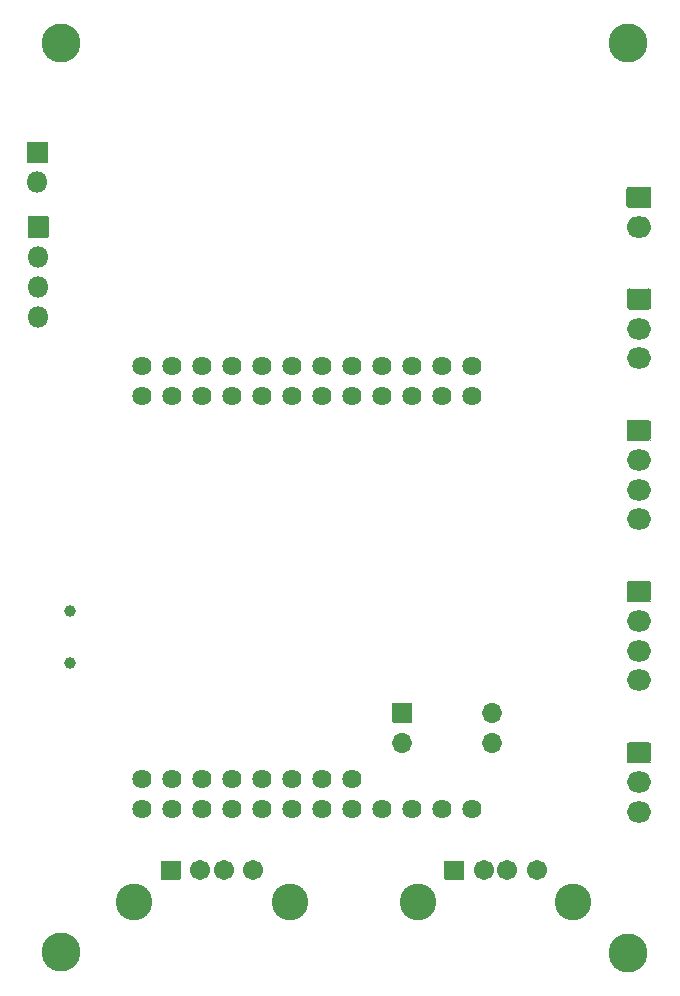
<source format=gbr>
G04 #@! TF.GenerationSoftware,KiCad,Pcbnew,5.1.10-88a1d61d58~90~ubuntu21.04.1*
G04 #@! TF.CreationDate,2021-10-21T13:00:22+03:00*
G04 #@! TF.ProjectId,klipper_nano,6b6c6970-7065-4725-9f6e-616e6f2e6b69,rev?*
G04 #@! TF.SameCoordinates,Original*
G04 #@! TF.FileFunction,Soldermask,Bot*
G04 #@! TF.FilePolarity,Negative*
%FSLAX46Y46*%
G04 Gerber Fmt 4.6, Leading zero omitted, Abs format (unit mm)*
G04 Created by KiCad (PCBNEW 5.1.10-88a1d61d58~90~ubuntu21.04.1) date 2021-10-21 13:00:22*
%MOMM*%
%LPD*%
G01*
G04 APERTURE LIST*
%ADD10O,1.802000X1.802000*%
%ADD11C,1.702000*%
%ADD12C,3.102000*%
%ADD13O,2.052000X1.802000*%
%ADD14C,1.002000*%
%ADD15O,2.102000X1.802000*%
%ADD16C,1.626000*%
%ADD17C,3.302000*%
%ADD18O,1.702000X1.702000*%
%ADD19C,0.100000*%
G04 APERTURE END LIST*
D10*
X71080000Y-63180000D03*
X71080000Y-60640000D03*
X71080000Y-58100000D03*
G36*
G01*
X70179000Y-56410000D02*
X70179000Y-54710000D01*
G75*
G02*
X70230000Y-54659000I51000J0D01*
G01*
X71930000Y-54659000D01*
G75*
G02*
X71981000Y-54710000I0J-51000D01*
G01*
X71981000Y-56410000D01*
G75*
G02*
X71930000Y-56461000I-51000J0D01*
G01*
X70230000Y-56461000D01*
G75*
G02*
X70179000Y-56410000I0J51000D01*
G01*
G37*
X71020000Y-51780000D03*
G36*
G01*
X70119000Y-50090000D02*
X70119000Y-48390000D01*
G75*
G02*
X70170000Y-48339000I51000J0D01*
G01*
X71870000Y-48339000D01*
G75*
G02*
X71921000Y-48390000I0J-51000D01*
G01*
X71921000Y-50090000D01*
G75*
G02*
X71870000Y-50141000I-51000J0D01*
G01*
X70170000Y-50141000D01*
G75*
G02*
X70119000Y-50090000I0J51000D01*
G01*
G37*
D11*
X113310000Y-110000000D03*
X110810000Y-110000000D03*
X108810000Y-110000000D03*
G36*
G01*
X105459000Y-110750000D02*
X105459000Y-109250000D01*
G75*
G02*
X105510000Y-109199000I51000J0D01*
G01*
X107110000Y-109199000D01*
G75*
G02*
X107161000Y-109250000I0J-51000D01*
G01*
X107161000Y-110750000D01*
G75*
G02*
X107110000Y-110801000I-51000J0D01*
G01*
X105510000Y-110801000D01*
G75*
G02*
X105459000Y-110750000I0J51000D01*
G01*
G37*
D12*
X116380000Y-112710000D03*
X103240000Y-112710000D03*
D13*
X121940000Y-66660000D03*
X121940000Y-64160000D03*
G36*
G01*
X121179000Y-60759000D02*
X122701000Y-60759000D01*
G75*
G02*
X122966000Y-61024000I0J-265000D01*
G01*
X122966000Y-62296000D01*
G75*
G02*
X122701000Y-62561000I-265000J0D01*
G01*
X121179000Y-62561000D01*
G75*
G02*
X120914000Y-62296000I0J265000D01*
G01*
X120914000Y-61024000D01*
G75*
G02*
X121179000Y-60759000I265000J0D01*
G01*
G37*
D14*
X73738000Y-92464000D03*
X73738000Y-88064000D03*
D11*
X89290000Y-110000000D03*
X86790000Y-110000000D03*
X84790000Y-110000000D03*
G36*
G01*
X81439000Y-110750000D02*
X81439000Y-109250000D01*
G75*
G02*
X81490000Y-109199000I51000J0D01*
G01*
X83090000Y-109199000D01*
G75*
G02*
X83141000Y-109250000I0J-51000D01*
G01*
X83141000Y-110750000D01*
G75*
G02*
X83090000Y-110801000I-51000J0D01*
G01*
X81490000Y-110801000D01*
G75*
G02*
X81439000Y-110750000I0J51000D01*
G01*
G37*
D12*
X92360000Y-112710000D03*
X79220000Y-112710000D03*
D15*
X121940000Y-55550000D03*
G36*
G01*
X121154000Y-52149000D02*
X122726000Y-52149000D01*
G75*
G02*
X122991000Y-52414000I0J-265000D01*
G01*
X122991000Y-53686000D01*
G75*
G02*
X122726000Y-53951000I-265000J0D01*
G01*
X121154000Y-53951000D01*
G75*
G02*
X120889000Y-53686000I0J265000D01*
G01*
X120889000Y-52414000D01*
G75*
G02*
X121154000Y-52149000I265000J0D01*
G01*
G37*
D16*
X107844999Y-69878999D03*
X105304999Y-69878999D03*
X102764999Y-69878999D03*
X100224999Y-69878999D03*
X97684999Y-69878999D03*
X95144999Y-69878999D03*
X92604999Y-69878999D03*
X90064999Y-69878999D03*
X87524999Y-69878999D03*
X84984999Y-69878999D03*
X82444999Y-69878999D03*
X79904999Y-69878999D03*
X107844999Y-67338999D03*
X105304999Y-67338999D03*
X102764999Y-67338999D03*
X100224999Y-67338999D03*
X97684999Y-67338999D03*
X95144999Y-67338999D03*
X92604999Y-67338999D03*
X90064999Y-67338999D03*
X87524999Y-67338999D03*
X84984999Y-67338999D03*
X82444999Y-67338999D03*
X79904999Y-67338999D03*
X97684999Y-102298999D03*
X95144999Y-102298999D03*
X92604999Y-102298999D03*
X90064999Y-102298999D03*
X87524999Y-102298999D03*
X84984999Y-102298999D03*
X82444999Y-102298999D03*
X79904999Y-102298999D03*
X107844999Y-104838999D03*
X105304999Y-104838999D03*
X102764999Y-104838999D03*
X100224999Y-104838999D03*
X97684999Y-104838999D03*
X95144999Y-104838999D03*
X92604999Y-104838999D03*
X90064999Y-104838999D03*
X87524999Y-104838999D03*
X84984999Y-104838999D03*
X82444999Y-104838999D03*
X79904999Y-104838999D03*
D13*
X121940000Y-80280000D03*
X121940000Y-77780000D03*
X121940000Y-75280000D03*
G36*
G01*
X121179000Y-71879000D02*
X122701000Y-71879000D01*
G75*
G02*
X122966000Y-72144000I0J-265000D01*
G01*
X122966000Y-73416000D01*
G75*
G02*
X122701000Y-73681000I-265000J0D01*
G01*
X121179000Y-73681000D01*
G75*
G02*
X120914000Y-73416000I0J265000D01*
G01*
X120914000Y-72144000D01*
G75*
G02*
X121179000Y-71879000I265000J0D01*
G01*
G37*
D17*
X73000000Y-40000000D03*
X73000000Y-116950000D03*
X121000000Y-40000000D03*
X121000000Y-117000000D03*
D18*
X109514000Y-96662000D03*
X101894000Y-99202000D03*
X109514000Y-99202000D03*
G36*
G01*
X101043000Y-97462000D02*
X101043000Y-95862000D01*
G75*
G02*
X101094000Y-95811000I51000J0D01*
G01*
X102694000Y-95811000D01*
G75*
G02*
X102745000Y-95862000I0J-51000D01*
G01*
X102745000Y-97462000D01*
G75*
G02*
X102694000Y-97513000I-51000J0D01*
G01*
X101094000Y-97513000D01*
G75*
G02*
X101043000Y-97462000I0J51000D01*
G01*
G37*
D13*
X121940000Y-105050000D03*
X121940000Y-102550000D03*
G36*
G01*
X121179000Y-99149000D02*
X122701000Y-99149000D01*
G75*
G02*
X122966000Y-99414000I0J-265000D01*
G01*
X122966000Y-100686000D01*
G75*
G02*
X122701000Y-100951000I-265000J0D01*
G01*
X121179000Y-100951000D01*
G75*
G02*
X120914000Y-100686000I0J265000D01*
G01*
X120914000Y-99414000D01*
G75*
G02*
X121179000Y-99149000I265000J0D01*
G01*
G37*
X121940000Y-93920000D03*
X121940000Y-91420000D03*
X121940000Y-88920000D03*
G36*
G01*
X121179000Y-85519000D02*
X122701000Y-85519000D01*
G75*
G02*
X122966000Y-85784000I0J-265000D01*
G01*
X122966000Y-87056000D01*
G75*
G02*
X122701000Y-87321000I-265000J0D01*
G01*
X121179000Y-87321000D01*
G75*
G02*
X120914000Y-87056000I0J265000D01*
G01*
X120914000Y-85784000D01*
G75*
G02*
X121179000Y-85519000I265000J0D01*
G01*
G37*
D19*
G36*
X122967165Y-100684374D02*
G01*
X122968000Y-100686000D01*
X122968000Y-100768097D01*
X122967990Y-100768293D01*
X122964001Y-100808796D01*
X122963925Y-100809181D01*
X122953899Y-100842233D01*
X122953749Y-100842595D01*
X122937472Y-100873046D01*
X122937254Y-100873372D01*
X122915345Y-100900068D01*
X122915068Y-100900345D01*
X122888372Y-100922254D01*
X122888046Y-100922472D01*
X122857595Y-100938749D01*
X122857233Y-100938899D01*
X122824181Y-100948925D01*
X122823796Y-100949001D01*
X122783293Y-100952990D01*
X122783097Y-100953000D01*
X122701000Y-100953000D01*
X122699268Y-100952000D01*
X122699268Y-100950000D01*
X122700804Y-100949010D01*
X122752304Y-100943938D01*
X122801642Y-100928971D01*
X122847110Y-100904668D01*
X122886962Y-100871962D01*
X122919668Y-100832110D01*
X122943971Y-100786642D01*
X122958938Y-100737304D01*
X122964010Y-100685804D01*
X122965175Y-100684178D01*
X122967165Y-100684374D01*
G37*
G36*
X120915990Y-100685804D02*
G01*
X120921062Y-100737304D01*
X120936029Y-100786642D01*
X120960332Y-100832110D01*
X120993038Y-100871962D01*
X121032890Y-100904668D01*
X121078358Y-100928971D01*
X121127696Y-100943938D01*
X121179196Y-100949010D01*
X121180822Y-100950175D01*
X121180626Y-100952165D01*
X121179000Y-100953000D01*
X121096903Y-100953000D01*
X121096707Y-100952990D01*
X121056204Y-100949001D01*
X121055819Y-100948925D01*
X121022767Y-100938899D01*
X121022405Y-100938749D01*
X120991954Y-100922472D01*
X120991628Y-100922254D01*
X120964932Y-100900345D01*
X120964655Y-100900068D01*
X120942746Y-100873372D01*
X120942528Y-100873046D01*
X120926251Y-100842595D01*
X120926101Y-100842233D01*
X120916075Y-100809181D01*
X120915999Y-100808796D01*
X120912010Y-100768293D01*
X120912000Y-100768097D01*
X120912000Y-100686000D01*
X120913000Y-100684268D01*
X120915000Y-100684268D01*
X120915990Y-100685804D01*
G37*
G36*
X121180732Y-99148000D02*
G01*
X121180732Y-99150000D01*
X121179196Y-99150990D01*
X121127696Y-99156062D01*
X121078358Y-99171029D01*
X121032890Y-99195332D01*
X120993038Y-99228038D01*
X120960332Y-99267890D01*
X120936029Y-99313358D01*
X120921062Y-99362696D01*
X120915990Y-99414196D01*
X120914825Y-99415822D01*
X120912835Y-99415626D01*
X120912000Y-99414000D01*
X120912000Y-99331903D01*
X120912010Y-99331707D01*
X120915999Y-99291204D01*
X120916075Y-99290819D01*
X120926101Y-99257767D01*
X120926251Y-99257405D01*
X120942528Y-99226954D01*
X120942746Y-99226628D01*
X120964655Y-99199932D01*
X120964932Y-99199655D01*
X120991628Y-99177746D01*
X120991954Y-99177528D01*
X121022405Y-99161251D01*
X121022767Y-99161101D01*
X121055819Y-99151075D01*
X121056204Y-99150999D01*
X121096707Y-99147010D01*
X121096903Y-99147000D01*
X121179000Y-99147000D01*
X121180732Y-99148000D01*
G37*
G36*
X122783293Y-99147010D02*
G01*
X122823796Y-99150999D01*
X122824181Y-99151075D01*
X122857233Y-99161101D01*
X122857595Y-99161251D01*
X122888046Y-99177528D01*
X122888372Y-99177746D01*
X122915068Y-99199655D01*
X122915345Y-99199932D01*
X122937254Y-99226628D01*
X122937472Y-99226954D01*
X122953749Y-99257405D01*
X122953899Y-99257767D01*
X122963925Y-99290819D01*
X122964001Y-99291204D01*
X122967990Y-99331707D01*
X122968000Y-99331903D01*
X122968000Y-99414000D01*
X122967000Y-99415732D01*
X122965000Y-99415732D01*
X122964010Y-99414196D01*
X122958938Y-99362696D01*
X122943971Y-99313358D01*
X122919668Y-99267890D01*
X122886962Y-99228038D01*
X122847110Y-99195332D01*
X122801642Y-99171029D01*
X122752304Y-99156062D01*
X122700804Y-99150990D01*
X122699178Y-99149825D01*
X122699374Y-99147835D01*
X122701000Y-99147000D01*
X122783097Y-99147000D01*
X122783293Y-99147010D01*
G37*
G36*
X122967165Y-87054374D02*
G01*
X122968000Y-87056000D01*
X122968000Y-87138097D01*
X122967990Y-87138293D01*
X122964001Y-87178796D01*
X122963925Y-87179181D01*
X122953899Y-87212233D01*
X122953749Y-87212595D01*
X122937472Y-87243046D01*
X122937254Y-87243372D01*
X122915345Y-87270068D01*
X122915068Y-87270345D01*
X122888372Y-87292254D01*
X122888046Y-87292472D01*
X122857595Y-87308749D01*
X122857233Y-87308899D01*
X122824181Y-87318925D01*
X122823796Y-87319001D01*
X122783293Y-87322990D01*
X122783097Y-87323000D01*
X122701000Y-87323000D01*
X122699268Y-87322000D01*
X122699268Y-87320000D01*
X122700804Y-87319010D01*
X122752304Y-87313938D01*
X122801642Y-87298971D01*
X122847110Y-87274668D01*
X122886962Y-87241962D01*
X122919668Y-87202110D01*
X122943971Y-87156642D01*
X122958938Y-87107304D01*
X122964010Y-87055804D01*
X122965175Y-87054178D01*
X122967165Y-87054374D01*
G37*
G36*
X120915990Y-87055804D02*
G01*
X120921062Y-87107304D01*
X120936029Y-87156642D01*
X120960332Y-87202110D01*
X120993038Y-87241962D01*
X121032890Y-87274668D01*
X121078358Y-87298971D01*
X121127696Y-87313938D01*
X121179196Y-87319010D01*
X121180822Y-87320175D01*
X121180626Y-87322165D01*
X121179000Y-87323000D01*
X121096903Y-87323000D01*
X121096707Y-87322990D01*
X121056204Y-87319001D01*
X121055819Y-87318925D01*
X121022767Y-87308899D01*
X121022405Y-87308749D01*
X120991954Y-87292472D01*
X120991628Y-87292254D01*
X120964932Y-87270345D01*
X120964655Y-87270068D01*
X120942746Y-87243372D01*
X120942528Y-87243046D01*
X120926251Y-87212595D01*
X120926101Y-87212233D01*
X120916075Y-87179181D01*
X120915999Y-87178796D01*
X120912010Y-87138293D01*
X120912000Y-87138097D01*
X120912000Y-87056000D01*
X120913000Y-87054268D01*
X120915000Y-87054268D01*
X120915990Y-87055804D01*
G37*
G36*
X121180732Y-85518000D02*
G01*
X121180732Y-85520000D01*
X121179196Y-85520990D01*
X121127696Y-85526062D01*
X121078358Y-85541029D01*
X121032890Y-85565332D01*
X120993038Y-85598038D01*
X120960332Y-85637890D01*
X120936029Y-85683358D01*
X120921062Y-85732696D01*
X120915990Y-85784196D01*
X120914825Y-85785822D01*
X120912835Y-85785626D01*
X120912000Y-85784000D01*
X120912000Y-85701903D01*
X120912010Y-85701707D01*
X120915999Y-85661204D01*
X120916075Y-85660819D01*
X120926101Y-85627767D01*
X120926251Y-85627405D01*
X120942528Y-85596954D01*
X120942746Y-85596628D01*
X120964655Y-85569932D01*
X120964932Y-85569655D01*
X120991628Y-85547746D01*
X120991954Y-85547528D01*
X121022405Y-85531251D01*
X121022767Y-85531101D01*
X121055819Y-85521075D01*
X121056204Y-85520999D01*
X121096707Y-85517010D01*
X121096903Y-85517000D01*
X121179000Y-85517000D01*
X121180732Y-85518000D01*
G37*
G36*
X122783293Y-85517010D02*
G01*
X122823796Y-85520999D01*
X122824181Y-85521075D01*
X122857233Y-85531101D01*
X122857595Y-85531251D01*
X122888046Y-85547528D01*
X122888372Y-85547746D01*
X122915068Y-85569655D01*
X122915345Y-85569932D01*
X122937254Y-85596628D01*
X122937472Y-85596954D01*
X122953749Y-85627405D01*
X122953899Y-85627767D01*
X122963925Y-85660819D01*
X122964001Y-85661204D01*
X122967990Y-85701707D01*
X122968000Y-85701903D01*
X122968000Y-85784000D01*
X122967000Y-85785732D01*
X122965000Y-85785732D01*
X122964010Y-85784196D01*
X122958938Y-85732696D01*
X122943971Y-85683358D01*
X122919668Y-85637890D01*
X122886962Y-85598038D01*
X122847110Y-85565332D01*
X122801642Y-85541029D01*
X122752304Y-85526062D01*
X122700804Y-85520990D01*
X122699178Y-85519825D01*
X122699374Y-85517835D01*
X122701000Y-85517000D01*
X122783097Y-85517000D01*
X122783293Y-85517010D01*
G37*
G36*
X122967165Y-73414374D02*
G01*
X122968000Y-73416000D01*
X122968000Y-73498097D01*
X122967990Y-73498293D01*
X122964001Y-73538796D01*
X122963925Y-73539181D01*
X122953899Y-73572233D01*
X122953749Y-73572595D01*
X122937472Y-73603046D01*
X122937254Y-73603372D01*
X122915345Y-73630068D01*
X122915068Y-73630345D01*
X122888372Y-73652254D01*
X122888046Y-73652472D01*
X122857595Y-73668749D01*
X122857233Y-73668899D01*
X122824181Y-73678925D01*
X122823796Y-73679001D01*
X122783293Y-73682990D01*
X122783097Y-73683000D01*
X122701000Y-73683000D01*
X122699268Y-73682000D01*
X122699268Y-73680000D01*
X122700804Y-73679010D01*
X122752304Y-73673938D01*
X122801642Y-73658971D01*
X122847110Y-73634668D01*
X122886962Y-73601962D01*
X122919668Y-73562110D01*
X122943971Y-73516642D01*
X122958938Y-73467304D01*
X122964010Y-73415804D01*
X122965175Y-73414178D01*
X122967165Y-73414374D01*
G37*
G36*
X120915990Y-73415804D02*
G01*
X120921062Y-73467304D01*
X120936029Y-73516642D01*
X120960332Y-73562110D01*
X120993038Y-73601962D01*
X121032890Y-73634668D01*
X121078358Y-73658971D01*
X121127696Y-73673938D01*
X121179196Y-73679010D01*
X121180822Y-73680175D01*
X121180626Y-73682165D01*
X121179000Y-73683000D01*
X121096903Y-73683000D01*
X121096707Y-73682990D01*
X121056204Y-73679001D01*
X121055819Y-73678925D01*
X121022767Y-73668899D01*
X121022405Y-73668749D01*
X120991954Y-73652472D01*
X120991628Y-73652254D01*
X120964932Y-73630345D01*
X120964655Y-73630068D01*
X120942746Y-73603372D01*
X120942528Y-73603046D01*
X120926251Y-73572595D01*
X120926101Y-73572233D01*
X120916075Y-73539181D01*
X120915999Y-73538796D01*
X120912010Y-73498293D01*
X120912000Y-73498097D01*
X120912000Y-73416000D01*
X120913000Y-73414268D01*
X120915000Y-73414268D01*
X120915990Y-73415804D01*
G37*
G36*
X121180732Y-71878000D02*
G01*
X121180732Y-71880000D01*
X121179196Y-71880990D01*
X121127696Y-71886062D01*
X121078358Y-71901029D01*
X121032890Y-71925332D01*
X120993038Y-71958038D01*
X120960332Y-71997890D01*
X120936029Y-72043358D01*
X120921062Y-72092696D01*
X120915990Y-72144196D01*
X120914825Y-72145822D01*
X120912835Y-72145626D01*
X120912000Y-72144000D01*
X120912000Y-72061903D01*
X120912010Y-72061707D01*
X120915999Y-72021204D01*
X120916075Y-72020819D01*
X120926101Y-71987767D01*
X120926251Y-71987405D01*
X120942528Y-71956954D01*
X120942746Y-71956628D01*
X120964655Y-71929932D01*
X120964932Y-71929655D01*
X120991628Y-71907746D01*
X120991954Y-71907528D01*
X121022405Y-71891251D01*
X121022767Y-71891101D01*
X121055819Y-71881075D01*
X121056204Y-71880999D01*
X121096707Y-71877010D01*
X121096903Y-71877000D01*
X121179000Y-71877000D01*
X121180732Y-71878000D01*
G37*
G36*
X122783293Y-71877010D02*
G01*
X122823796Y-71880999D01*
X122824181Y-71881075D01*
X122857233Y-71891101D01*
X122857595Y-71891251D01*
X122888046Y-71907528D01*
X122888372Y-71907746D01*
X122915068Y-71929655D01*
X122915345Y-71929932D01*
X122937254Y-71956628D01*
X122937472Y-71956954D01*
X122953749Y-71987405D01*
X122953899Y-71987767D01*
X122963925Y-72020819D01*
X122964001Y-72021204D01*
X122967990Y-72061707D01*
X122968000Y-72061903D01*
X122968000Y-72144000D01*
X122967000Y-72145732D01*
X122965000Y-72145732D01*
X122964010Y-72144196D01*
X122958938Y-72092696D01*
X122943971Y-72043358D01*
X122919668Y-71997890D01*
X122886962Y-71958038D01*
X122847110Y-71925332D01*
X122801642Y-71901029D01*
X122752304Y-71886062D01*
X122700804Y-71880990D01*
X122699178Y-71879825D01*
X122699374Y-71877835D01*
X122701000Y-71877000D01*
X122783097Y-71877000D01*
X122783293Y-71877010D01*
G37*
G36*
X120915990Y-62295804D02*
G01*
X120921062Y-62347304D01*
X120936029Y-62396642D01*
X120960332Y-62442110D01*
X120993038Y-62481962D01*
X121032890Y-62514668D01*
X121078358Y-62538971D01*
X121127696Y-62553938D01*
X121179196Y-62559010D01*
X121180822Y-62560175D01*
X121180626Y-62562165D01*
X121179000Y-62563000D01*
X121096903Y-62563000D01*
X121096707Y-62562990D01*
X121056204Y-62559001D01*
X121055819Y-62558925D01*
X121022767Y-62548899D01*
X121022405Y-62548749D01*
X120991954Y-62532472D01*
X120991628Y-62532254D01*
X120964932Y-62510345D01*
X120964655Y-62510068D01*
X120942746Y-62483372D01*
X120942528Y-62483046D01*
X120926251Y-62452595D01*
X120926101Y-62452233D01*
X120916075Y-62419181D01*
X120915999Y-62418796D01*
X120912010Y-62378293D01*
X120912000Y-62378097D01*
X120912000Y-62296000D01*
X120913000Y-62294268D01*
X120915000Y-62294268D01*
X120915990Y-62295804D01*
G37*
G36*
X122967165Y-62294374D02*
G01*
X122968000Y-62296000D01*
X122968000Y-62378097D01*
X122967990Y-62378293D01*
X122964001Y-62418796D01*
X122963925Y-62419181D01*
X122953899Y-62452233D01*
X122953749Y-62452595D01*
X122937472Y-62483046D01*
X122937254Y-62483372D01*
X122915345Y-62510068D01*
X122915068Y-62510345D01*
X122888372Y-62532254D01*
X122888046Y-62532472D01*
X122857595Y-62548749D01*
X122857233Y-62548899D01*
X122824181Y-62558925D01*
X122823796Y-62559001D01*
X122783293Y-62562990D01*
X122783097Y-62563000D01*
X122701000Y-62563000D01*
X122699268Y-62562000D01*
X122699268Y-62560000D01*
X122700804Y-62559010D01*
X122752304Y-62553938D01*
X122801642Y-62538971D01*
X122847110Y-62514668D01*
X122886962Y-62481962D01*
X122919668Y-62442110D01*
X122943971Y-62396642D01*
X122958938Y-62347304D01*
X122964010Y-62295804D01*
X122965175Y-62294178D01*
X122967165Y-62294374D01*
G37*
G36*
X121180732Y-60758000D02*
G01*
X121180732Y-60760000D01*
X121179196Y-60760990D01*
X121127696Y-60766062D01*
X121078358Y-60781029D01*
X121032890Y-60805332D01*
X120993038Y-60838038D01*
X120960332Y-60877890D01*
X120936029Y-60923358D01*
X120921062Y-60972696D01*
X120915990Y-61024196D01*
X120914825Y-61025822D01*
X120912835Y-61025626D01*
X120912000Y-61024000D01*
X120912000Y-60941903D01*
X120912010Y-60941707D01*
X120915999Y-60901204D01*
X120916075Y-60900819D01*
X120926101Y-60867767D01*
X120926251Y-60867405D01*
X120942528Y-60836954D01*
X120942746Y-60836628D01*
X120964655Y-60809932D01*
X120964932Y-60809655D01*
X120991628Y-60787746D01*
X120991954Y-60787528D01*
X121022405Y-60771251D01*
X121022767Y-60771101D01*
X121055819Y-60761075D01*
X121056204Y-60760999D01*
X121096707Y-60757010D01*
X121096903Y-60757000D01*
X121179000Y-60757000D01*
X121180732Y-60758000D01*
G37*
G36*
X122783293Y-60757010D02*
G01*
X122823796Y-60760999D01*
X122824181Y-60761075D01*
X122857233Y-60771101D01*
X122857595Y-60771251D01*
X122888046Y-60787528D01*
X122888372Y-60787746D01*
X122915068Y-60809655D01*
X122915345Y-60809932D01*
X122937254Y-60836628D01*
X122937472Y-60836954D01*
X122953749Y-60867405D01*
X122953899Y-60867767D01*
X122963925Y-60900819D01*
X122964001Y-60901204D01*
X122967990Y-60941707D01*
X122968000Y-60941903D01*
X122968000Y-61024000D01*
X122967000Y-61025732D01*
X122965000Y-61025732D01*
X122964010Y-61024196D01*
X122958938Y-60972696D01*
X122943971Y-60923358D01*
X122919668Y-60877890D01*
X122886962Y-60838038D01*
X122847110Y-60805332D01*
X122801642Y-60781029D01*
X122752304Y-60766062D01*
X122700804Y-60760990D01*
X122699178Y-60759825D01*
X122699374Y-60757835D01*
X122701000Y-60757000D01*
X122783097Y-60757000D01*
X122783293Y-60757010D01*
G37*
G36*
X120890990Y-53685804D02*
G01*
X120896062Y-53737304D01*
X120911029Y-53786642D01*
X120935332Y-53832110D01*
X120968038Y-53871962D01*
X121007890Y-53904668D01*
X121053358Y-53928971D01*
X121102696Y-53943938D01*
X121154196Y-53949010D01*
X121155822Y-53950175D01*
X121155626Y-53952165D01*
X121154000Y-53953000D01*
X121071903Y-53953000D01*
X121071707Y-53952990D01*
X121031204Y-53949001D01*
X121030819Y-53948925D01*
X120997767Y-53938899D01*
X120997405Y-53938749D01*
X120966954Y-53922472D01*
X120966628Y-53922254D01*
X120939932Y-53900345D01*
X120939655Y-53900068D01*
X120917746Y-53873372D01*
X120917528Y-53873046D01*
X120901251Y-53842595D01*
X120901101Y-53842233D01*
X120891075Y-53809181D01*
X120890999Y-53808796D01*
X120887010Y-53768293D01*
X120887000Y-53768097D01*
X120887000Y-53686000D01*
X120888000Y-53684268D01*
X120890000Y-53684268D01*
X120890990Y-53685804D01*
G37*
G36*
X122992165Y-53684374D02*
G01*
X122993000Y-53686000D01*
X122993000Y-53768097D01*
X122992990Y-53768293D01*
X122989001Y-53808796D01*
X122988925Y-53809181D01*
X122978899Y-53842233D01*
X122978749Y-53842595D01*
X122962472Y-53873046D01*
X122962254Y-53873372D01*
X122940345Y-53900068D01*
X122940068Y-53900345D01*
X122913372Y-53922254D01*
X122913046Y-53922472D01*
X122882595Y-53938749D01*
X122882233Y-53938899D01*
X122849181Y-53948925D01*
X122848796Y-53949001D01*
X122808293Y-53952990D01*
X122808097Y-53953000D01*
X122726000Y-53953000D01*
X122724268Y-53952000D01*
X122724268Y-53950000D01*
X122725804Y-53949010D01*
X122777304Y-53943938D01*
X122826642Y-53928971D01*
X122872110Y-53904668D01*
X122911962Y-53871962D01*
X122944668Y-53832110D01*
X122968971Y-53786642D01*
X122983938Y-53737304D01*
X122989010Y-53685804D01*
X122990175Y-53684178D01*
X122992165Y-53684374D01*
G37*
G36*
X121155732Y-52148000D02*
G01*
X121155732Y-52150000D01*
X121154196Y-52150990D01*
X121102696Y-52156062D01*
X121053358Y-52171029D01*
X121007890Y-52195332D01*
X120968038Y-52228038D01*
X120935332Y-52267890D01*
X120911029Y-52313358D01*
X120896062Y-52362696D01*
X120890990Y-52414196D01*
X120889825Y-52415822D01*
X120887835Y-52415626D01*
X120887000Y-52414000D01*
X120887000Y-52331903D01*
X120887010Y-52331707D01*
X120890999Y-52291204D01*
X120891075Y-52290819D01*
X120901101Y-52257767D01*
X120901251Y-52257405D01*
X120917528Y-52226954D01*
X120917746Y-52226628D01*
X120939655Y-52199932D01*
X120939932Y-52199655D01*
X120966628Y-52177746D01*
X120966954Y-52177528D01*
X120997405Y-52161251D01*
X120997767Y-52161101D01*
X121030819Y-52151075D01*
X121031204Y-52150999D01*
X121071707Y-52147010D01*
X121071903Y-52147000D01*
X121154000Y-52147000D01*
X121155732Y-52148000D01*
G37*
G36*
X122808293Y-52147010D02*
G01*
X122848796Y-52150999D01*
X122849181Y-52151075D01*
X122882233Y-52161101D01*
X122882595Y-52161251D01*
X122913046Y-52177528D01*
X122913372Y-52177746D01*
X122940068Y-52199655D01*
X122940345Y-52199932D01*
X122962254Y-52226628D01*
X122962472Y-52226954D01*
X122978749Y-52257405D01*
X122978899Y-52257767D01*
X122988925Y-52290819D01*
X122989001Y-52291204D01*
X122992990Y-52331707D01*
X122993000Y-52331903D01*
X122993000Y-52414000D01*
X122992000Y-52415732D01*
X122990000Y-52415732D01*
X122989010Y-52414196D01*
X122983938Y-52362696D01*
X122968971Y-52313358D01*
X122944668Y-52267890D01*
X122911962Y-52228038D01*
X122872110Y-52195332D01*
X122826642Y-52171029D01*
X122777304Y-52156062D01*
X122725804Y-52150990D01*
X122724178Y-52149825D01*
X122724374Y-52147835D01*
X122726000Y-52147000D01*
X122808097Y-52147000D01*
X122808293Y-52147010D01*
G37*
M02*

</source>
